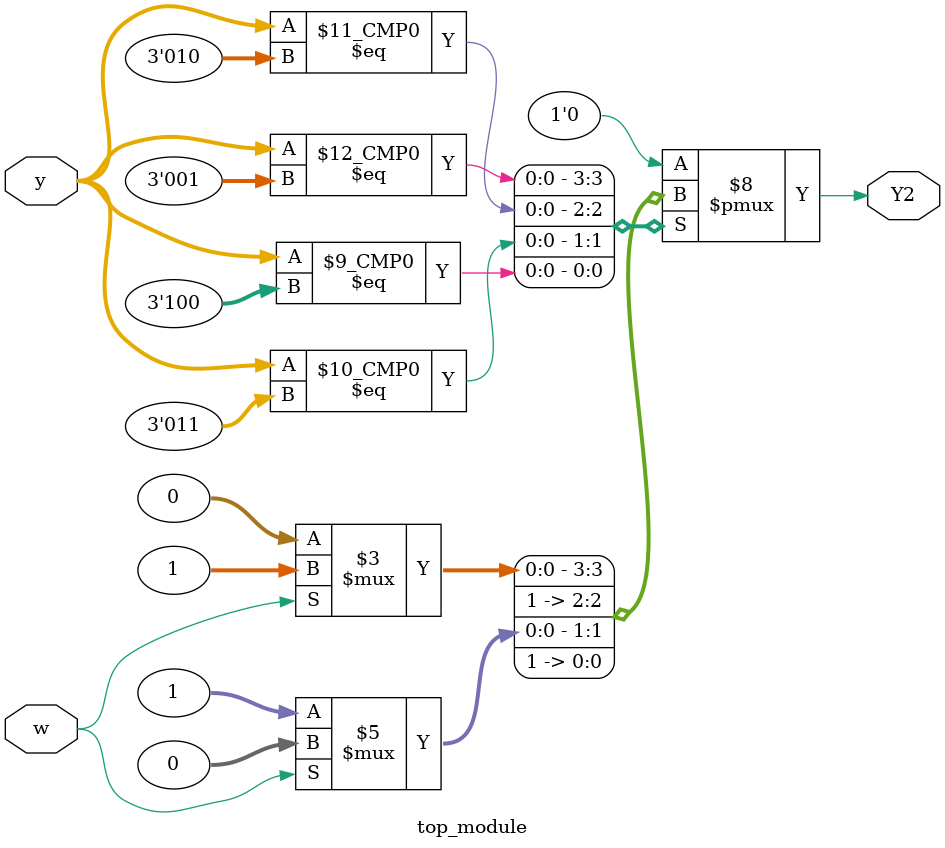
<source format=sv>
module top_module(
    input [3:1] y,
    input w,
    output reg Y2);

    always @(*) begin
        case (y)
            3'b000: Y2 = 0; // State A
            3'b001: Y2 = (w == 1'b0) ? 0 : 1; // State B
            3'b010: Y2 = 1; // State C
            3'b011: Y2 = (w == 1'b0) ? 1 : 0; // State D
            3'b100: Y2 = 1; // State E
            3'b101: Y2 = 0; // State F
            default: Y2 = 0; // Default case if input is outside valid state codes
        endcase
    end

endmodule

</source>
